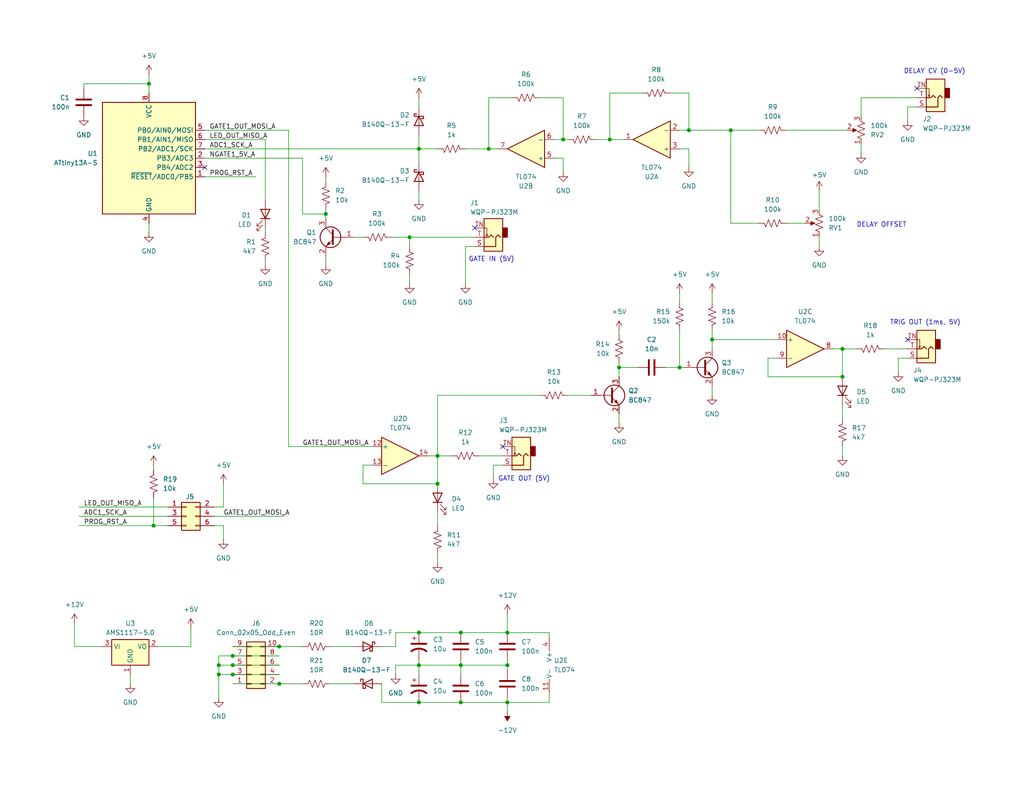
<source format=kicad_sch>
(kicad_sch (version 20250114) (generator "eeschema") (generator_version "9.0")
  (paper "USLetter")
  (title_block (title "Gate Delay") (date "2025-11-11") (rev "2.0") (company "idyllm") (comment 1 "CC BY-SA 4.0"))
  (lib_symbols
    (symbol "Amplifier_Operational:TL074" (pin_names (offset 0.127))
      (property "Reference" "U" (at 0 5.08 0))
      (property "Value" "TL074" (at 0 -5.08 0))
      (symbol "TL074_1_1"
        (pin input line (at -7.62 2.54 0) (length 2.54) (name "+") (number "3"))
        (pin input line (at -7.62 -2.54 0) (length 2.54) (name "-") (number "2"))
        (pin output line (at 7.62 0 180) (length 2.54) (name "~") (number "1"))
      )
      (symbol "TL074_2_1"
        (pin input line (at -7.62 2.54 0) (length 2.54) (name "+") (number "5"))
        (pin input line (at -7.62 -2.54 0) (length 2.54) (name "-") (number "6"))
        (pin output line (at 7.62 0 180) (length 2.54) (name "~") (number "7"))
      )
      (symbol "TL074_3_1"
        (pin input line (at -7.62 2.54 0) (length 2.54) (name "+") (number "10"))
        (pin input line (at -7.62 -2.54 0) (length 2.54) (name "-") (number "9"))
        (pin output line (at 7.62 0 180) (length 2.54) (name "~") (number "8"))
      )
      (symbol "TL074_4_1"
        (pin input line (at -7.62 2.54 0) (length 2.54) (name "+") (number "12"))
        (pin input line (at -7.62 -2.54 0) (length 2.54) (name "-") (number "13"))
        (pin output line (at 7.62 0 180) (length 2.54) (name "~") (number "14"))
      )
      (symbol "TL074_5_1"
        (pin power_in line (at -2.54 7.62 270) (length 3.81) (name "V+") (number "4"))
        (pin power_in line (at -2.54 -7.62 90) (length 3.81) (name "V-") (number "11"))
      )
    )
    (symbol "Connector_Audio:AudioJack2_SwitchT"
      (property "Reference" "J" (at 0 8.89 0))
      (property "Value" "AudioJack2_SwitchT" (at 0 6.35 0))
      (symbol "AudioJack2_SwitchT_1_1"
        (pin passive line (at 5.08 2.54 180) (length 2.54) (name "~") (number "S"))
        (pin passive line (at 5.08 0 180) (length 2.54) (name "~") (number "T"))
        (pin passive line (at 5.08 -2.54 180) (length 2.54) (name "~") (number "TN"))
      )
    )
    (symbol "Connector_Generic:Conn_02x03_Odd_Even" (pin_names (offset 1.016) (hide yes))
      (property "Reference" "J" (at 1.27 5.08 0))
      (property "Value" "Conn_02x03_Odd_Even" (at 1.27 -5.08 0))
      (symbol "Conn_02x03_Odd_Even_1_1"
        (pin passive line (at -5.08 2.54 0) (length 3.81) (name "Pin_1") (number "1"))
        (pin passive line (at -5.08 0 0) (length 3.81) (name "Pin_3") (number "3"))
        (pin passive line (at -5.08 -2.54 0) (length 3.81) (name "Pin_5") (number "5"))
        (pin passive line (at 7.62 2.54 180) (length 3.81) (name "Pin_2") (number "2"))
        (pin passive line (at 7.62 0 180) (length 3.81) (name "Pin_4") (number "4"))
        (pin passive line (at 7.62 -2.54 180) (length 3.81) (name "Pin_6") (number "6"))
      )
    )
    (symbol "Connector_Generic:Conn_02x05_Odd_Even" (pin_names (offset 1.016) (hide yes))
      (property "Reference" "J" (at 1.27 7.62 0))
      (property "Value" "Conn_02x05_Odd_Even" (at 1.27 -7.62 0))
      (symbol "Conn_02x05_Odd_Even_1_1"
        (pin passive line (at -5.08 5.08 0) (length 3.81) (name "Pin_1") (number "1"))
        (pin passive line (at -5.08 2.54 0) (length 3.81) (name "Pin_3") (number "3"))
        (pin passive line (at -5.08 0 0) (length 3.81) (name "Pin_5") (number "5"))
        (pin passive line (at -5.08 -2.54 0) (length 3.81) (name "Pin_7") (number "7"))
        (pin passive line (at -5.08 -5.08 0) (length 3.81) (name "Pin_9") (number "9"))
        (pin passive line (at 7.62 5.08 180) (length 3.81) (name "Pin_2") (number "2"))
        (pin passive line (at 7.62 2.54 180) (length 3.81) (name "Pin_4") (number "4"))
        (pin passive line (at 7.62 0 180) (length 3.81) (name "Pin_6") (number "6"))
        (pin passive line (at 7.62 -2.54 180) (length 3.81) (name "Pin_8") (number "8"))
        (pin passive line (at 7.62 -5.08 180) (length 3.81) (name "Pin_10") (number "10"))
      )
    )
    (symbol "Device:C" (pin_numbers (hide yes)) (pin_names (offset 0.254))
      (property "Reference" "C" (at 0.635 2.54 0))
      (property "Value" "C" (at 0.635 -2.54 0))
      (symbol "C_1_1"
        (pin passive line (at 0 3.81 270) (length 2.794) (name "~") (number "1"))
        (pin passive line (at 0 -3.81 90) (length 2.794) (name "~") (number "2"))
      )
    )
    (symbol "Device:C_Polarized_US" (pin_numbers (hide yes)) (pin_names (offset 0.254) (hide yes))
      (property "Reference" "C" (at 0.635 2.54 0))
      (property "Value" "C_Polarized_US" (at 0.635 -2.54 0))
      (symbol "C_Polarized_US_1_1"
        (pin passive line (at 0 3.81 270) (length 2.794) (name "~") (number "1"))
        (pin passive line (at 0 -3.81 90) (length 3.302) (name "~") (number "2"))
      )
    )
    (symbol "Device:D_Schottky" (pin_numbers (hide yes)) (pin_names (offset 1.016) (hide yes))
      (property "Reference" "D" (at 0 2.54 0))
      (property "Value" "D_Schottky" (at 0 -2.54 0))
      (symbol "D_Schottky_1_1"
        (pin passive line (at -3.81 0 0) (length 2.54) (name "K") (number "1"))
        (pin passive line (at 3.81 0 180) (length 2.54) (name "A") (number "2"))
      )
    )
    (symbol "Device:LED" (pin_numbers (hide yes)) (pin_names (offset 1.016) (hide yes))
      (property "Reference" "D" (at 0 2.54 0))
      (property "Value" "LED" (at 0 -2.54 0))
      (symbol "LED_1_1"
        (pin passive line (at -3.81 0 0) (length 2.54) (name "K") (number "1"))
        (pin passive line (at 3.81 0 180) (length 2.54) (name "A") (number "2"))
      )
    )
    (symbol "Device:R_Potentiometer_US" (pin_names (offset 1.016) (hide yes))
      (property "Reference" "RV" (at -4.445 0 90))
      (property "Value" "R_Potentiometer_US" (at -2.54 0 90))
      (symbol "R_Potentiometer_US_1_1"
        (pin passive line (at 0 3.81 270) (length 1.27) (name "1") (number "1"))
        (pin passive line (at 0 -3.81 90) (length 1.27) (name "3") (number "3"))
        (pin passive line (at 3.81 0 180) (length 1.27) (name "2") (number "2"))
      )
    )
    (symbol "Device:R_US" (pin_numbers (hide yes)) (pin_names (offset 0))
      (property "Reference" "R" (at 2.54 0 90))
      (property "Value" "R_US" (at -2.54 0 90))
      (symbol "R_US_1_1"
        (pin passive line (at 0 3.81 270) (length 1.27) (name "~") (number "1"))
        (pin passive line (at 0 -3.81 90) (length 1.27) (name "~") (number "2"))
      )
    )
    (symbol "Diode:1N5819" (pin_numbers (hide yes)) (pin_names (offset 1.016) (hide yes))
      (property "Reference" "D" (at 0 2.54 0))
      (property "Value" "1N5819" (at 0 -2.54 0))
      (symbol "1N5819_1_1"
        (pin passive line (at -3.81 0 0) (length 2.54) (name "K") (number "1"))
        (pin passive line (at 3.81 0 180) (length 2.54) (name "A") (number "2"))
      )
    )
    (symbol "MCU_Microchip_ATtiny:ATtiny13A-S"
      (property "Reference" "U1" (at -13.97 1.2701 0))
      (property "Value" "ATtiny13A-S" (at -13.97 -1.2699 0))
      (symbol "ATtiny13A-S_1_1"
        (pin power_in line (at 0 17.78 270) (length 2.54) (name "VCC") (number "8"))
        (pin power_in line (at 0 -17.78 90) (length 2.54) (name "GND") (number "4"))
        (pin bidirectional line (at 15.24 7.62 180) (length 2.54) (name "PB0/AIN0/MOSI") (number "5"))
        (pin bidirectional line (at 15.24 5.08 180) (length 2.54) (name "PB1/AIN1/MISO") (number "6"))
        (pin bidirectional line (at 15.24 2.54 180) (length 2.54) (name "PB2/ADC1/SCK") (number "7"))
        (pin bidirectional line (at 15.24 0 180) (length 2.54) (name "PB3/ADC3") (number "2"))
        (pin bidirectional line (at 15.24 -2.54 180) (length 2.54) (name "PB4/ADC2") (number "3"))
        (pin bidirectional line (at 15.24 -5.08 180) (length 2.54) (name "~{RESET}/ADC0/PB5") (number "1"))
      )
    )
    (symbol "Regulator_Linear:AMS1117-5.0"
      (property "Reference" "U" (at -3.81 3.175 0))
      (property "Value" "AMS1117-5.0" (at 0 3.175 0))
      (symbol "AMS1117-5.0_1_1"
        (pin power_in line (at -7.62 0 0) (length 2.54) (name "VI") (number "3"))
        (pin power_in line (at 0 -7.62 90) (length 2.54) (name "GND") (number "1"))
        (pin power_out line (at 7.62 0 180) (length 2.54) (name "VO") (number "2"))
      )
    )
    (symbol "Transistor_BJT:BC847" (pin_names (offset 0) (hide yes))
      (property "Reference" "Q" (at 5.08 1.905 0))
      (property "Value" "BC847" (at 5.08 0 0))
      (symbol "BC847_1_1"
        (pin input line (at -5.08 0 0) (length 2.54) (name "B") (number "1"))
        (pin passive line (at 2.54 5.08 270) (length 2.54) (name "C") (number "3"))
        (pin passive line (at 2.54 -5.08 90) (length 2.54) (name "E") (number "2"))
      )
    )
    (symbol "power:+12V" (power) (pin_numbers (hide yes)) (pin_names (offset 0) (hide yes))
      (property "Value" "+12V" (at 0 3.556 0))
      (symbol "+12V_1_1"
        (pin power_in line (at 0 0 90) (length 0) (name "~") (number "1"))
      )
    )
    (symbol "power:+5V" (power) (pin_numbers (hide yes)) (pin_names (offset 0) (hide yes))
      (property "Value" "+5V" (at 0 3.556 0))
      (symbol "+5V_1_1"
        (pin power_in line (at 0 0 90) (length 0) (name "~") (number "1"))
      )
    )
    (symbol "power:-12V" (power) (pin_numbers (hide yes)) (pin_names (offset 0) (hide yes))
      (property "Value" "-12V" (at 0 3.556 0))
      (symbol "-12V_0_0"
        (pin power_in line (at 0 0 90) (length 0) (name "~") (number "1"))
      )
    )
    (symbol "power:GND" (power) (pin_numbers (hide yes)) (pin_names (offset 0) (hide yes))
      (property "Value" "GND" (at 0 -3.81 0))
      (symbol "GND_1_1"
        (pin power_in line (at 0 0 270) (length 0) (name "~") (number "1"))
      )
    )
  )
  (text "DELAY OFFSET" (at 240.538 61.468 0) (effects (font (size 1.27 1.27))))
  (text "GATE IN (5V)" (at 134.112 70.866 0) (effects (font (size 1.27 1.27))))
  (text "TRIG OUT (1ms, 5V)" (at 252.476 88.138 0) (effects (font (size 1.27 1.27))))
  (text "GATE OUT (5V)" (at 143.002 130.81 0) (effects (font (size 1.27 1.27))))
  (text "DELAY CV (0-5V)" (at 255.016 19.558 0) (effects (font (size 1.27 1.27))))
  (junction (at 59.69 184.15))
  (junction (at 76.2 176.53))
  (junction (at 63.5 181.61))
  (junction (at 40.64 22.86))
  (junction (at 119.38 124.46))
  (junction (at 138.43 181.61))
  (junction (at 138.43 172.72))
  (junction (at 88.9 58.42))
  (junction (at 229.87 95.25))
  (junction (at 63.5 184.15))
  (junction (at 114.3 40.64))
  (junction (at 114.3 191.77))
  (junction (at 194.31 92.71))
  (junction (at 76.2 186.69))
  (junction (at 187.96 35.56))
  (junction (at 229.87 102.87))
  (junction (at 41.91 143.51))
  (junction (at 133.35 40.64))
  (junction (at 138.43 191.77))
  (junction (at 114.3 181.61))
  (junction (at 199.39 35.56))
  (junction (at 125.73 181.61))
  (junction (at 63.5 179.07))
  (junction (at 114.3 172.72))
  (junction (at 111.76 64.77))
  (junction (at 125.73 191.77))
  (junction (at 168.91 100.33))
  (junction (at 185.42 100.33))
  (junction (at 59.69 181.61))
  (junction (at 119.38 132.08))
  (junction (at 153.67 38.1))
  (junction (at 166.37 38.1))
  (junction (at 125.73 172.72))
  (no_connect (at 137.16 121.92))
  (no_connect (at 250.19 24.13))
  (no_connect (at 55.88 45.72))
  (no_connect (at 129.54 62.23))
  (no_connect (at 247.65 92.71))
  (wire (pts (xy 55.88 38.1) (xy 72.39 38.1)))
  (wire (pts (xy 245.11 97.79) (xy 247.65 97.79)))
  (wire (pts (xy 147.32 26.67) (xy 153.67 26.67)))
  (wire (pts (xy 59.69 181.61) (xy 63.5 181.61)))
  (wire (pts (xy 194.31 105.41) (xy 194.31 107.95)))
  (wire (pts (xy 21.59 140.97) (xy 45.72 140.97)))
  (wire (pts (xy 55.88 48.26) (xy 69.85 48.26)))
  (wire (pts (xy 185.42 35.56) (xy 187.96 35.56)))
  (wire (pts (xy 214.63 35.56) (xy 231.14 35.56)))
  (wire (pts (xy 88.9 69.85) (xy 88.9 72.39)))
  (wire (pts (xy 40.64 22.86) (xy 40.64 25.4)))
  (wire (pts (xy 58.42 140.97) (xy 77.47 140.97)))
  (wire (pts (xy 104.14 191.77) (xy 114.3 191.77)))
  (wire (pts (xy 59.69 184.15) (xy 63.5 184.15)))
  (wire (pts (xy 127 67.31) (xy 127 77.47)))
  (wire (pts (xy 234.95 31.75) (xy 234.95 26.67)))
  (wire (pts (xy 185.42 100.33) (xy 186.69 100.33)))
  (wire (pts (xy 138.43 182.88) (xy 138.43 181.61)))
  (wire (pts (xy 63.5 186.69) (xy 76.2 186.69)))
  (wire (pts (xy 187.96 45.72) (xy 187.96 40.64)))
  (wire (pts (xy 234.95 26.67) (xy 250.19 26.67)))
  (wire (pts (xy 138.43 191.77) (xy 138.43 190.5)))
  (wire (pts (xy 154.94 107.95) (xy 161.29 107.95)))
  (wire (pts (xy 72.39 71.12) (xy 72.39 72.39)))
  (wire (pts (xy 72.39 62.23) (xy 72.39 63.5)))
  (wire (pts (xy 133.35 40.64) (xy 135.89 40.64)))
  (wire (pts (xy 212.09 97.79) (xy 209.55 97.79)))
  (wire (pts (xy 41.91 135.89) (xy 41.91 143.51)))
  (wire (pts (xy 229.87 102.87) (xy 229.87 95.25)))
  (wire (pts (xy 22.86 22.86) (xy 40.64 22.86)))
  (wire (pts (xy 149.86 189.23) (xy 149.86 191.77)))
  (wire (pts (xy 20.32 170.18) (xy 20.32 176.53)))
  (wire (pts (xy 127 67.31) (xy 129.54 67.31)))
  (wire (pts (xy 76.2 176.53) (xy 82.55 176.53)))
  (wire (pts (xy 175.26 25.4) (xy 166.37 25.4)))
  (wire (pts (xy 199.39 60.96) (xy 199.39 35.56)))
  (wire (pts (xy 153.67 38.1) (xy 153.67 26.67)))
  (wire (pts (xy 241.3 95.25) (xy 247.65 95.25)))
  (wire (pts (xy 138.43 191.77) (xy 125.73 191.77)))
  (wire (pts (xy 88.9 57.15) (xy 88.9 58.42)))
  (wire (pts (xy 104.14 186.69) (xy 104.14 191.77)))
  (wire (pts (xy 78.74 121.92) (xy 101.6 121.92)))
  (wire (pts (xy 41.91 143.51) (xy 45.72 143.51)))
  (wire (pts (xy 43.18 176.53) (xy 52.07 176.53)))
  (wire (pts (xy 247.65 33.02) (xy 247.65 29.21)))
  (wire (pts (xy 245.11 101.6) (xy 245.11 97.79)))
  (wire (pts (xy 133.35 26.67) (xy 133.35 40.64)))
  (wire (pts (xy 168.91 90.17) (xy 168.91 91.44)))
  (wire (pts (xy 114.3 52.07) (xy 114.3 54.61)))
  (wire (pts (xy 194.31 80.01) (xy 194.31 82.55)))
  (wire (pts (xy 138.43 172.72) (xy 149.86 172.72)))
  (wire (pts (xy 182.88 25.4) (xy 187.96 25.4)))
  (wire (pts (xy 153.67 38.1) (xy 154.94 38.1)))
  (wire (pts (xy 214.63 60.96) (xy 219.71 60.96)))
  (wire (pts (xy 114.3 172.72) (xy 125.73 172.72)))
  (wire (pts (xy 166.37 25.4) (xy 166.37 38.1)))
  (wire (pts (xy 247.65 29.21) (xy 250.19 29.21)))
  (wire (pts (xy 58.42 138.43) (xy 60.96 138.43)))
  (wire (pts (xy 88.9 58.42) (xy 88.9 59.69)))
  (wire (pts (xy 114.3 40.64) (xy 119.38 40.64)))
  (wire (pts (xy 166.37 38.1) (xy 170.18 38.1)))
  (wire (pts (xy 114.3 40.64) (xy 114.3 44.45)))
  (wire (pts (xy 82.55 43.18) (xy 82.55 58.42)))
  (wire (pts (xy 111.76 74.93) (xy 111.76 77.47)))
  (wire (pts (xy 194.31 92.71) (xy 194.31 95.25)))
  (wire (pts (xy 114.3 191.77) (xy 125.73 191.77)))
  (wire (pts (xy 114.3 180.34) (xy 114.3 181.61)))
  (wire (pts (xy 107.95 172.72) (xy 114.3 172.72)))
  (wire (pts (xy 223.52 57.15) (xy 223.52 52.07)))
  (wire (pts (xy 234.95 39.37) (xy 234.95 41.91)))
  (wire (pts (xy 99.06 132.08) (xy 119.38 132.08)))
  (wire (pts (xy 59.69 179.07) (xy 63.5 179.07)))
  (wire (pts (xy 40.64 60.96) (xy 40.64 63.5)))
  (wire (pts (xy 138.43 181.61) (xy 125.73 181.61)))
  (wire (pts (xy 88.9 58.42) (xy 82.55 58.42)))
  (wire (pts (xy 55.88 43.18) (xy 82.55 43.18)))
  (wire (pts (xy 194.31 92.71) (xy 212.09 92.71)))
  (wire (pts (xy 60.96 132.08) (xy 60.96 138.43)))
  (wire (pts (xy 119.38 151.13) (xy 119.38 153.67)))
  (wire (pts (xy 130.81 124.46) (xy 137.16 124.46)))
  (wire (pts (xy 233.68 95.25) (xy 229.87 95.25)))
  (wire (pts (xy 58.42 143.51) (xy 60.96 143.51)))
  (wire (pts (xy 127 40.64) (xy 133.35 40.64)))
  (wire (pts (xy 185.42 80.01) (xy 185.42 82.55)))
  (wire (pts (xy 21.59 143.51) (xy 41.91 143.51)))
  (wire (pts (xy 63.5 184.15) (xy 76.2 184.15)))
  (wire (pts (xy 125.73 180.34) (xy 125.73 181.61)))
  (wire (pts (xy 229.87 110.49) (xy 229.87 114.3)))
  (wire (pts (xy 35.56 184.15) (xy 35.56 186.69)))
  (wire (pts (xy 104.14 176.53) (xy 107.95 176.53)))
  (wire (pts (xy 168.91 99.06) (xy 168.91 100.33)))
  (wire (pts (xy 168.91 113.03) (xy 168.91 115.57)))
  (wire (pts (xy 138.43 167.64) (xy 138.43 172.72)))
  (wire (pts (xy 111.76 64.77) (xy 129.54 64.77)))
  (wire (pts (xy 107.95 176.53) (xy 107.95 172.72)))
  (wire (pts (xy 21.59 138.43) (xy 45.72 138.43)))
  (wire (pts (xy 187.96 40.64) (xy 185.42 40.64)))
  (wire (pts (xy 168.91 100.33) (xy 173.99 100.33)))
  (wire (pts (xy 88.9 48.26) (xy 88.9 49.53)))
  (wire (pts (xy 20.32 176.53) (xy 27.94 176.53)))
  (wire (pts (xy 153.67 46.99) (xy 153.67 43.18)))
  (wire (pts (xy 59.69 184.15) (xy 59.69 181.61)))
  (wire (pts (xy 107.95 184.15) (xy 107.95 181.61)))
  (wire (pts (xy 114.3 181.61) (xy 114.3 184.15)))
  (wire (pts (xy 63.5 179.07) (xy 76.2 179.07)))
  (wire (pts (xy 123.19 124.46) (xy 119.38 124.46)))
  (wire (pts (xy 78.74 35.56) (xy 78.74 121.92)))
  (wire (pts (xy 229.87 121.92) (xy 229.87 124.46)))
  (wire (pts (xy 119.38 124.46) (xy 116.84 124.46)))
  (wire (pts (xy 119.38 139.7) (xy 119.38 143.51)))
  (wire (pts (xy 119.38 132.08) (xy 119.38 124.46)))
  (wire (pts (xy 168.91 100.33) (xy 168.91 102.87)))
  (wire (pts (xy 63.5 176.53) (xy 76.2 176.53)))
  (wire (pts (xy 147.32 107.95) (xy 119.38 107.95)))
  (wire (pts (xy 134.62 127) (xy 137.16 127)))
  (wire (pts (xy 125.73 181.61) (xy 125.73 184.15)))
  (wire (pts (xy 106.68 64.77) (xy 111.76 64.77)))
  (wire (pts (xy 114.3 181.61) (xy 125.73 181.61)))
  (wire (pts (xy 149.86 191.77) (xy 138.43 191.77)))
  (wire (pts (xy 149.86 173.99) (xy 149.86 172.72)))
  (wire (pts (xy 209.55 97.79) (xy 209.55 102.87)))
  (wire (pts (xy 187.96 25.4) (xy 187.96 35.56)))
  (wire (pts (xy 59.69 190.5) (xy 59.69 184.15)))
  (wire (pts (xy 138.43 180.34) (xy 138.43 181.61)))
  (wire (pts (xy 223.52 67.31) (xy 223.52 64.77)))
  (wire (pts (xy 55.88 35.56) (xy 78.74 35.56)))
  (wire (pts (xy 151.13 43.18) (xy 153.67 43.18)))
  (wire (pts (xy 52.07 171.45) (xy 52.07 176.53)))
  (wire (pts (xy 209.55 102.87) (xy 229.87 102.87)))
  (wire (pts (xy 76.2 186.69) (xy 82.55 186.69)))
  (wire (pts (xy 63.5 181.61) (xy 76.2 181.61)))
  (wire (pts (xy 181.61 100.33) (xy 185.42 100.33)))
  (wire (pts (xy 111.76 64.77) (xy 111.76 67.31)))
  (wire (pts (xy 187.96 35.56) (xy 199.39 35.56)))
  (wire (pts (xy 114.3 26.67) (xy 114.3 29.21)))
  (wire (pts (xy 101.6 127) (xy 99.06 127)))
  (wire (pts (xy 229.87 95.25) (xy 227.33 95.25)))
  (wire (pts (xy 90.17 186.69) (xy 96.52 186.69)))
  (wire (pts (xy 139.7 26.67) (xy 133.35 26.67)))
  (wire (pts (xy 185.42 90.17) (xy 185.42 100.33)))
  (wire (pts (xy 119.38 107.95) (xy 119.38 124.46)))
  (wire (pts (xy 134.62 130.81) (xy 134.62 127)))
  (wire (pts (xy 162.56 38.1) (xy 166.37 38.1)))
  (wire (pts (xy 138.43 191.77) (xy 138.43 194.31)))
  (wire (pts (xy 90.17 176.53) (xy 96.52 176.53)))
  (wire (pts (xy 107.95 181.61) (xy 114.3 181.61)))
  (wire (pts (xy 125.73 172.72) (xy 138.43 172.72)))
  (wire (pts (xy 199.39 35.56) (xy 207.01 35.56)))
  (wire (pts (xy 99.06 64.77) (xy 96.52 64.77)))
  (wire (pts (xy 207.01 60.96) (xy 199.39 60.96)))
  (wire (pts (xy 151.13 38.1) (xy 153.67 38.1)))
  (wire (pts (xy 59.69 181.61) (xy 59.69 179.07)))
  (wire (pts (xy 22.86 24.13) (xy 22.86 22.86)))
  (wire (pts (xy 41.91 128.27) (xy 41.91 127)))
  (wire (pts (xy 99.06 127) (xy 99.06 132.08)))
  (wire (pts (xy 40.64 20.32) (xy 40.64 22.86)))
  (wire (pts (xy 55.88 40.64) (xy 114.3 40.64)))
  (wire (pts (xy 72.39 38.1) (xy 72.39 54.61)))
  (wire (pts (xy 194.31 90.17) (xy 194.31 92.71)))
  (wire (pts (xy 114.3 36.83) (xy 114.3 40.64)))
  (wire (pts (xy 60.96 143.51) (xy 60.96 147.32)))
  (label "GATE1_OUT_MOSI_A" (at 57.15 35.56 0))
  (label "PROG_RST_A" (at 57.15 48.26 0))
  (label "LED_OUT_MISO_A" (at 22.86 138.43 0))
  (label "PROG_RST_A" (at 22.86 143.51 0))
  (label "ADC1_SCK_A" (at 22.86 140.97 0))
  (label "GATE1_OUT_MOSI_A" (at 82.55 121.92 0))
  (label "GATE1_OUT_MOSI_A" (at 60.96 140.97 0))
  (label "NGATE1_5V_A" (at 57.15 43.18 0))
  (label "ADC1_SCK_A" (at 57.15 40.64 0))
  (label "LED_OUT_MISO_A" (at 57.15 38.1 0))
  (symbol (lib_id "Connector_Generic:Conn_02x03_Odd_Even") (at 50.8 140.97 0) (unit 1)
    (property "Reference" "J5" (at 51.816 135.636 0))
    (property "Value" "Conn_02x03_Odd_Even" (effects (hide yes)))
    (property "Footprint" "Connector_PinHeader_2.54mm:PinHeader_2x03_P2.54mm_Vertical" (effects (hide yes)))
    (property "Description" "Generic connector, double row, 02x03, odd/even pin numbering scheme (row 1 odd numbers, row 2 even numbers), script generated (kicad-library-utils/schlib/autogen/connector/)" (effects (hide yes)))
  )
  (symbol (lib_id "Device:C_Polarized_US") (at 114.3 187.96 0) (unit 1)
    (property "Reference" "C4" (at 118.11 186.0549 0) (effects (justify left)))
    (property "Value" "10u" (at 118.11 188.5949 0) (effects (justify left)))
    (property "Footprint" "Capacitor_THT:CP_Radial_D5.0mm_P2.50mm" (effects (hide yes)))
    (property "Description" "Polarized capacitor, US symbol" (effects (hide yes)))
  )
  (symbol (lib_id "power:GND") (at 60.96 147.32 0) (unit 1)
    (property "Reference" "#PWR028" (effects (hide yes)))
    (property "Value" "GND" (at 60.96 152.4 0))
    (property "Description" "Power symbol creates a global label with name \"GND\" , ground" (effects (hide yes)))
  )
  (symbol (lib_id "power:GND") (at 127 77.47 0) (mirror y) (unit 1)
    (property "Reference" "#PWR010" (effects (hide yes)))
    (property "Value" "GND" (at 127 82.55 0))
    (property "Description" "Power symbol creates a global label with name \"GND\" , ground" (effects (hide yes)))
  )
  (symbol (lib_id "Amplifier_Operational:TL074") (at 143.51 40.64 180) (unit 2)
    (property "Reference" "U2" (at 143.51 50.8 0))
    (property "Value" "TL074" (at 143.51 48.26 0))
    (property "Footprint" "Package_SO:SOIC-14_3.9x8.7mm_P1.27mm" (effects (hide yes)))
    (property "Datasheet" "http://www.ti.com/lit/ds/symlink/tl071.pdf" (effects (hide yes)))
    (property "Description" "Quad Low-Noise JFET-Input Operational Amplifiers, DIP-14/SOIC-14" (effects (hide yes)))
  )
  (symbol (lib_id "Amplifier_Operational:TL074") (at 152.4 181.61 0) (unit 5)
    (property "Reference" "U2" (at 151.13 180.3399 0) (effects (justify left)))
    (property "Value" "TL074" (at 151.13 182.8799 0) (effects (justify left)))
    (property "Footprint" "Package_SO:SOIC-14_3.9x8.7mm_P1.27mm" (effects (hide yes)))
    (property "Datasheet" "http://www.ti.com/lit/ds/symlink/tl071.pdf" (effects (hide yes)))
    (property "Description" "Quad Low-Noise JFET-Input Operational Amplifiers, DIP-14/SOIC-14" (effects (hide yes)))
  )
  (symbol (lib_id "Device:R_Potentiometer_US") (at 223.52 60.96 180) (unit 1)
    (property "Reference" "RV1" (at 226.06 62.2301 0) (effects (justify right)))
    (property "Value" "100k" (at 226.06 59.6901 0) (effects (justify right)))
    (property "Footprint" "Potentiometer_THT:Potentiometer_Bourns_PTV09A-2_Single_Horizontal" (effects (hide yes)))
    (property "Description" "Potentiometer, US symbol" (effects (hide yes)))
  )
  (symbol (lib_id "Device:LED") (at 72.39 58.42 270) (mirror x) (unit 1)
    (property "Reference" "D1" (at 68.58 58.7374 90) (effects (justify right)))
    (property "Value" "LED" (at 68.58 61.2774 90) (effects (justify right)))
    (property "Footprint" "LED_SMD:LED_0805_2012Metric_Pad1.15x1.40mm_HandSolder" (effects (hide yes)))
    (property "Description" "Light emitting diode" (effects (hide yes)))
    (property "Sim.Pins" "1=K 2=A" (effects (hide yes)))
  )
  (symbol (lib_id "power:-12V") (at 138.43 194.31 0) (mirror x) (unit 1)
    (property "Reference" "#PWR035" (effects (hide yes)))
    (property "Value" "-12V" (at 138.43 199.39 0))
    (property "Description" "Power symbol creates a global label with name \"-12V\"" (effects (hide yes)))
  )
  (symbol (lib_id "power:GND") (at 168.91 115.57 0) (mirror y) (unit 1)
    (property "Reference" "#PWR020" (effects (hide yes)))
    (property "Value" "GND" (at 168.91 120.65 0))
    (property "Description" "Power symbol creates a global label with name \"GND\" , ground" (effects (hide yes)))
  )
  (symbol (lib_id "power:GND") (at 59.69 190.5 0) (unit 1)
    (property "Reference" "#PWR032" (effects (hide yes)))
    (property "Value" "GND" (at 59.69 195.58 0))
    (property "Description" "Power symbol creates a global label with name \"GND\" , ground" (effects (hide yes)))
  )
  (symbol (lib_id "power:+5V") (at 194.31 80.01 0) (unit 1)
    (property "Reference" "#PWR022" (effects (hide yes)))
    (property "Value" "+5V" (at 194.31 74.93 0))
    (property "Description" "Power symbol creates a global label with name \"+5V\"" (effects (hide yes)))
  )
  (symbol (lib_id "Device:C") (at 125.73 176.53 0) (unit 1)
    (property "Reference" "C5" (at 129.54 175.2599 0) (effects (justify left)))
    (property "Value" "100n" (at 129.54 177.7999 0) (effects (justify left)))
    (property "Footprint" "Capacitor_SMD:C_0805_2012Metric" (effects (hide yes)))
    (property "Description" "Unpolarized capacitor" (effects (hide yes)))
  )
  (symbol (lib_id "power:GND") (at 194.31 107.95 0) (mirror y) (unit 1)
    (property "Reference" "#PWR023" (effects (hide yes)))
    (property "Value" "GND" (at 194.31 113.03 0))
    (property "Description" "Power symbol creates a global label with name \"GND\" , ground" (effects (hide yes)))
  )
  (symbol (lib_id "power:GND") (at 245.11 101.6 0) (mirror y) (unit 1)
    (property "Reference" "#PWR025" (effects (hide yes)))
    (property "Value" "GND" (at 245.11 106.68 0))
    (property "Description" "Power symbol creates a global label with name \"GND\" , ground" (effects (hide yes)))
  )
  (symbol (lib_id "power:+5V") (at 185.42 80.01 0) (unit 1)
    (property "Reference" "#PWR021" (effects (hide yes)))
    (property "Value" "+5V" (at 185.42 74.93 0))
    (property "Description" "Power symbol creates a global label with name \"+5V\"" (effects (hide yes)))
  )
  (symbol (lib_id "Device:R_US") (at 194.31 86.36 0) (mirror y) (unit 1)
    (property "Reference" "R16" (at 196.85 85.0899 0) (effects (justify right)))
    (property "Value" "10k" (at 196.85 87.6299 0) (effects (justify right)))
    (property "Footprint" "Resistor_SMD:R_0805_2012Metric_Pad1.20x1.40mm_HandSolder" (effects (hide yes)))
    (property "Description" "Resistor, US symbol" (effects (hide yes)))
  )
  (symbol (lib_id "Connector_Audio:AudioJack2_SwitchT") (at 134.62 64.77 180) (unit 1)
    (property "Reference" "J1" (at 128.27 55.372 0) (effects (justify right)))
    (property "Value" "WQP-PJ323M" (at 128.27 57.912 0) (effects (justify right)))
    (property "Footprint" "AudioJacks:Jack_3.5mm_QingPu_WQP-PJ323M_Horizontal" (effects (hide yes)))
    (property "Description" "Audio Jack, 2 Poles (Mono / TS), Switched T Pole (Normalling)" (effects (hide yes)))
  )
  (symbol (lib_id "Device:R_US") (at 86.36 176.53 90) (unit 1)
    (property "Reference" "R20" (at 86.36 170.18 90))
    (property "Value" "10R" (at 86.36 172.72 90))
    (property "Footprint" "Resistor_SMD:R_0805_2012Metric_Pad1.20x1.40mm_HandSolder" (effects (hide yes)))
    (property "Description" "Resistor, US symbol" (effects (hide yes)))
  )
  (symbol (lib_id "Device:R_US") (at 86.36 186.69 90) (unit 1)
    (property "Reference" "R21" (at 86.36 180.34 90))
    (property "Value" "10R" (at 86.36 182.88 90))
    (property "Footprint" "Resistor_SMD:R_0805_2012Metric_Pad1.20x1.40mm_HandSolder" (effects (hide yes)))
    (property "Description" "Resistor, US symbol" (effects (hide yes)))
  )
  (symbol (lib_id "power:GND") (at 111.76 77.47 0) (mirror y) (unit 1)
    (property "Reference" "#PWR07" (effects (hide yes)))
    (property "Value" "GND" (at 111.76 82.55 0))
    (property "Description" "Power symbol creates a global label with name \"GND\" , ground" (effects (hide yes)))
  )
  (symbol (lib_id "Diode:1N5819") (at 114.3 33.02 90) (mirror x) (unit 1)
    (property "Reference" "D2" (at 111.76 31.4324 90) (effects (justify left)))
    (property "Value" "B140Q-13-F" (at 111.76 33.9724 90) (effects (justify left)))
    (property "Footprint" "Diode_SMD:D_SMA_Handsoldering" (effects (hide yes)))
    (property "Datasheet" "http://www.vishay.com/docs/88525/1n5817.pdf" (effects (hide yes)))
    (property "Description" "40V 1A Schottky Barrier Rectifier Diode, DO-41" (effects (hide yes)))
  )
  (symbol (lib_id "Amplifier_Operational:TL074") (at 109.22 124.46 0) (unit 4)
    (property "Reference" "U2" (at 109.22 114.3 0))
    (property "Value" "TL074" (at 109.22 116.84 0))
    (property "Footprint" "Package_SO:SOIC-14_3.9x8.7mm_P1.27mm" (effects (hide yes)))
    (property "Datasheet" "http://www.ti.com/lit/ds/symlink/tl071.pdf" (effects (hide yes)))
    (property "Description" "Quad Low-Noise JFET-Input Operational Amplifiers, DIP-14/SOIC-14" (effects (hide yes)))
  )
  (symbol (lib_id "Device:R_US") (at 151.13 107.95 270) (mirror x) (unit 1)
    (property "Reference" "R13" (at 151.13 101.6 90))
    (property "Value" "10k" (at 151.13 104.14 90))
    (property "Footprint" "Resistor_SMD:R_0805_2012Metric_Pad1.20x1.40mm_HandSolder" (effects (hide yes)))
    (property "Description" "Resistor, US symbol" (effects (hide yes)))
  )
  (symbol (lib_id "power:GND") (at 223.52 67.31 0) (mirror y) (unit 1)
    (property "Reference" "#PWR014" (effects (hide yes)))
    (property "Value" "GND" (at 223.52 72.39 0))
    (property "Description" "Power symbol creates a global label with name \"GND\" , ground" (effects (hide yes)))
  )
  (symbol (lib_id "power:GND") (at 119.38 153.67 0) (mirror y) (unit 1)
    (property "Reference" "#PWR017" (effects (hide yes)))
    (property "Value" "GND" (at 119.38 158.75 0))
    (property "Description" "Power symbol creates a global label with name \"GND\" , ground" (effects (hide yes)))
  )
  (symbol (lib_id "power:+5V") (at 40.64 20.32 0) (unit 1)
    (property "Reference" "#PWR02" (effects (hide yes)))
    (property "Value" "+5V" (at 40.64 15.24 0))
    (property "Description" "Power symbol creates a global label with name \"+5V\"" (effects (hide yes)))
  )
  (symbol (lib_id "power:+5V") (at 60.96 132.08 0) (unit 1)
    (property "Reference" "#PWR027" (effects (hide yes)))
    (property "Value" "+5V" (at 60.96 127 0))
    (property "Description" "Power symbol creates a global label with name \"+5V\"" (effects (hide yes)))
  )
  (symbol (lib_id "Transistor_BJT:BC847") (at 91.44 64.77 0) (mirror y) (unit 1)
    (property "Reference" "Q1" (at 86.36 63.4999 0) (effects (justify left)))
    (property "Value" "BC847" (at 86.36 66.0399 0) (effects (justify left)))
    (property "Footprint" "Package_TO_SOT_SMD:SOT-23" (effects (hide yes)))
    (property "Datasheet" "http://www.infineon.com/dgdl/Infineon-BC847SERIES_BC848SERIES_BC849SERIES_BC850SERIES-DS-v01_01-en.pdf?fileId=db3a304314dca389011541d4630a1657" (effects (hide yes)))
    (property "Description" "0.1A Ic, 45V Vce, NPN Transistor, SOT-23" (effects (hide yes)))
  )
  (symbol (lib_id "Device:C") (at 125.73 187.96 0) (unit 1)
    (property "Reference" "C6" (at 129.54 186.6899 0) (effects (justify left)))
    (property "Value" "100n" (at 129.54 189.2299 0) (effects (justify left)))
    (property "Footprint" "Capacitor_SMD:C_0805_2012Metric" (effects (hide yes)))
    (property "Description" "Unpolarized capacitor" (effects (hide yes)))
  )
  (symbol (lib_id "power:GND") (at 107.95 184.15 0) (unit 1)
    (property "Reference" "#PWR033" (effects (hide yes)))
    (property "Value" "GND" (at 107.95 189.23 0))
    (property "Description" "Power symbol creates a global label with name \"GND\" , ground" (effects (hide yes)))
  )
  (symbol (lib_id "power:GND") (at 72.39 72.39 0) (mirror y) (unit 1)
    (property "Reference" "#PWR04" (effects (hide yes)))
    (property "Value" "GND" (at 72.39 77.47 0))
    (property "Description" "Power symbol creates a global label with name \"GND\" , ground" (effects (hide yes)))
  )
  (symbol (lib_id "Device:R_US") (at 41.91 132.08 0) (mirror y) (unit 1)
    (property "Reference" "R19" (at 44.45 130.8099 0) (effects (justify right)))
    (property "Value" "10k" (at 44.45 133.3499 0) (effects (justify right)))
    (property "Footprint" "Resistor_SMD:R_0805_2012Metric_Pad1.20x1.40mm_HandSolder" (effects (hide yes)))
    (property "Description" "Resistor, US symbol" (effects (hide yes)))
  )
  (symbol (lib_id "Device:C") (at 138.43 186.69 0) (unit 1)
    (property "Reference" "C8" (at 142.24 185.4199 0) (effects (justify left)))
    (property "Value" "100n" (at 142.24 187.9599 0) (effects (justify left)))
    (property "Footprint" "Capacitor_SMD:C_0805_2012Metric" (effects (hide yes)))
    (property "Description" "Unpolarized capacitor" (effects (hide yes)))
  )
  (symbol (lib_id "Device:C") (at 138.43 176.53 0) (unit 1)
    (property "Reference" "C7" (at 142.24 175.2599 0) (effects (justify left)))
    (property "Value" "100n" (at 142.24 177.7999 0) (effects (justify left)))
    (property "Footprint" "Capacitor_SMD:C_0805_2012Metric" (effects (hide yes)))
    (property "Description" "Unpolarized capacitor" (effects (hide yes)))
  )
  (symbol (lib_id "power:GND") (at 229.87 124.46 0) (mirror y) (unit 1)
    (property "Reference" "#PWR024" (effects (hide yes)))
    (property "Value" "GND" (at 229.87 129.54 0))
    (property "Description" "Power symbol creates a global label with name \"GND\" , ground" (effects (hide yes)))
  )
  (symbol (lib_id "Device:R_US") (at 158.75 38.1 90) (mirror x) (unit 1)
    (property "Reference" "R7" (at 158.75 31.75 90))
    (property "Value" "100k" (at 158.75 34.29 90))
    (property "Footprint" "Resistor_SMD:R_0805_2012Metric_Pad1.20x1.40mm_HandSolder" (effects (hide yes)))
    (property "Description" "Resistor, US symbol" (effects (hide yes)))
  )
  (symbol (lib_id "Connector_Audio:AudioJack2_SwitchT") (at 252.73 95.25 180) (unit 1)
    (property "Reference" "J4" (at 249.174 101.092 0) (effects (justify right)))
    (property "Value" "WQP-PJ323M" (at 249.174 103.632 0) (effects (justify right)))
    (property "Footprint" "AudioJacks:Jack_3.5mm_QingPu_WQP-PJ323M_Horizontal" (effects (hide yes)))
    (property "Description" "Audio Jack, 2 Poles (Mono / TS), Switched T Pole (Normalling)" (effects (hide yes)))
  )
  (symbol (lib_id "Device:R_US") (at 72.39 67.31 0) (mirror y) (unit 1)
    (property "Reference" "R1" (at 69.85 66.0399 0) (effects (justify left)))
    (property "Value" "4k7" (at 69.85 68.5799 0) (effects (justify left)))
    (property "Footprint" "Resistor_SMD:R_0805_2012Metric_Pad1.20x1.40mm_HandSolder" (effects (hide yes)))
    (property "Description" "Resistor, US symbol" (effects (hide yes)))
  )
  (symbol (lib_id "power:GND") (at 88.9 72.39 0) (mirror y) (unit 1)
    (property "Reference" "#PWR06" (effects (hide yes)))
    (property "Value" "GND" (at 88.9 77.47 0))
    (property "Description" "Power symbol creates a global label with name \"GND\" , ground" (effects (hide yes)))
  )
  (symbol (lib_id "power:GND") (at 35.56 186.69 0) (unit 1)
    (property "Reference" "#PWR030" (effects (hide yes)))
    (property "Value" "GND" (at 35.56 191.77 0))
    (property "Description" "Power symbol creates a global label with name \"GND\" , ground" (effects (hide yes)))
  )
  (symbol (lib_id "power:+12V") (at 20.32 170.18 0) (unit 1)
    (property "Reference" "#PWR029" (effects (hide yes)))
    (property "Value" "+12V" (at 20.32 165.1 0))
    (property "Description" "Power symbol creates a global label with name \"+12V\"" (effects (hide yes)))
  )
  (symbol (lib_id "power:+12V") (at 138.43 167.64 0) (unit 1)
    (property "Reference" "#PWR034" (effects (hide yes)))
    (property "Value" "+12V" (at 138.43 162.56 0))
    (property "Description" "Power symbol creates a global label with name \"+12V\"" (effects (hide yes)))
  )
  (symbol (lib_id "Amplifier_Operational:TL074") (at 219.71 95.25 0) (unit 3)
    (property "Reference" "U2" (at 219.71 85.09 0))
    (property "Value" "TL074" (at 219.71 87.63 0))
    (property "Footprint" "Package_SO:SOIC-14_3.9x8.7mm_P1.27mm" (effects (hide yes)))
    (property "Datasheet" "http://www.ti.com/lit/ds/symlink/tl071.pdf" (effects (hide yes)))
    (property "Description" "Quad Low-Noise JFET-Input Operational Amplifiers, DIP-14/SOIC-14" (effects (hide yes)))
  )
  (symbol (lib_id "Amplifier_Operational:TL074") (at 177.8 38.1 180) (unit 1)
    (property "Reference" "U2" (at 177.8 48.26 0))
    (property "Value" "TL074" (at 177.8 45.72 0))
    (property "Footprint" "Package_SO:SOIC-14_3.9x8.7mm_P1.27mm" (effects (hide yes)))
    (property "Datasheet" "http://www.ti.com/lit/ds/symlink/tl071.pdf" (effects (hide yes)))
    (property "Description" "Quad Low-Noise JFET-Input Operational Amplifiers, DIP-14/SOIC-14" (effects (hide yes)))
  )
  (symbol (lib_id "MCU_Microchip_ATtiny:ATtiny13A-S") (at 40.64 43.18 0) (unit 1)
    (property "Reference" "U1" (at 26.67 41.9099 0) (effects (justify right)))
    (property "Value" "ATtiny13A-S" (at 26.67 44.4499 0) (effects (justify right)))
    (property "Footprint" "Package_SO:SOIC-8_3.9x4.9mm_P1.27mm" (effects (hide yes)))
    (property "Datasheet" "https://ww1.microchip.com/downloads/aemDocuments/documents/MCU08/ProductDocuments/DataSheets/ATtiny13A-Data-Sheet-DS40002307A.pdf" (effects (hide yes)))
    (property "Description" "20MHz, 1kB Flash, 64B SRAM, 64B EEPROM, debugWIRE, SOIC-8 (208 mil)" (effects (hide yes)))
  )
  (symbol (lib_id "power:+5V") (at 88.9 48.26 0) (mirror y) (unit 1)
    (property "Reference" "#PWR05" (effects (hide yes)))
    (property "Value" "+5V" (at 88.9 43.18 0))
    (property "Description" "Power symbol creates a global label with name \"+5V\"" (effects (hide yes)))
  )
  (symbol (lib_id "Diode:1N5819") (at 114.3 48.26 90) (mirror x) (unit 1)
    (property "Reference" "D3" (at 111.76 46.6724 90) (effects (justify left)))
    (property "Value" "B140Q-13-F" (at 111.76 49.2124 90) (effects (justify left)))
    (property "Footprint" "Diode_SMD:D_SMA_Handsoldering" (effects (hide yes)))
    (property "Datasheet" "http://www.vishay.com/docs/88525/1n5817.pdf" (effects (hide yes)))
    (property "Description" "40V 1A Schottky Barrier Rectifier Diode, DO-41" (effects (hide yes)))
  )
  (symbol (lib_id "Device:R_US") (at 127 124.46 270) (mirror x) (unit 1)
    (property "Reference" "R12" (at 127 118.11 90))
    (property "Value" "1k" (at 127 120.65 90))
    (property "Footprint" "Resistor_SMD:R_0805_2012Metric_Pad1.20x1.40mm_HandSolder" (effects (hide yes)))
    (property "Description" "Resistor, US symbol" (effects (hide yes)))
  )
  (symbol (lib_id "power:+5V") (at 168.91 90.17 0) (unit 1)
    (property "Reference" "#PWR019" (effects (hide yes)))
    (property "Value" "+5V" (at 168.91 85.09 0))
    (property "Description" "Power symbol creates a global label with name \"+5V\"" (effects (hide yes)))
  )
  (symbol (lib_id "Device:LED") (at 229.87 106.68 90) (unit 1)
    (property "Reference" "D5" (at 233.68 106.9974 90) (effects (justify right)))
    (property "Value" "LED" (at 233.68 109.5374 90) (effects (justify right)))
    (property "Footprint" "LED_THT:LED_D3.0mm" (effects (hide yes)))
    (property "Description" "Light emitting diode" (effects (hide yes)))
    (property "Sim.Pins" "1=K 2=A" (effects (hide yes)))
  )
  (symbol (lib_id "Device:R_US") (at 179.07 25.4 90) (mirror x) (unit 1)
    (property "Reference" "R8" (at 179.07 19.05 90))
    (property "Value" "100k" (at 179.07 21.59 90))
    (property "Footprint" "Resistor_SMD:R_0805_2012Metric_Pad1.20x1.40mm_HandSolder" (effects (hide yes)))
    (property "Description" "Resistor, US symbol" (effects (hide yes)))
  )
  (symbol (lib_id "power:+12V") (at 223.52 52.07 0) (unit 1)
    (property "Reference" "#PWR013" (effects (hide yes)))
    (property "Value" "+5V" (at 221.488 47.752 0) (effects (justify left)))
    (property "Description" "Power symbol creates a global label with name \"+12V\"" (effects (hide yes)))
  )
  (symbol (lib_id "power:GND") (at 247.65 33.02 0) (mirror y) (unit 1)
    (property "Reference" "#PWR016" (effects (hide yes)))
    (property "Value" "GND" (at 247.65 38.1 0))
    (property "Description" "Power symbol creates a global label with name \"GND\" , ground" (effects (hide yes)))
  )
  (symbol (lib_id "Device:R_US") (at 123.19 40.64 90) (mirror x) (unit 1)
    (property "Reference" "R5" (at 123.19 34.29 90))
    (property "Value" "1k" (at 123.19 36.83 90))
    (property "Footprint" "Resistor_SMD:R_0805_2012Metric_Pad1.20x1.40mm_HandSolder" (effects (hide yes)))
    (property "Description" "Resistor, US symbol" (effects (hide yes)))
  )
  (symbol (lib_id "Transistor_BJT:BC847") (at 191.77 100.33 0) (unit 1)
    (property "Reference" "Q3" (at 196.85 99.0599 0) (effects (justify left)))
    (property "Value" "BC847" (at 196.85 101.5999 0) (effects (justify left)))
    (property "Footprint" "Package_TO_SOT_SMD:SOT-23" (effects (hide yes)))
    (property "Datasheet" "http://www.infineon.com/dgdl/Infineon-BC847SERIES_BC848SERIES_BC849SERIES_BC850SERIES-DS-v01_01-en.pdf?fileId=db3a304314dca389011541d4630a1657" (effects (hide yes)))
    (property "Description" "0.1A Ic, 45V Vce, NPN Transistor, SOT-23" (effects (hide yes)))
  )
  (symbol (lib_id "power:GND") (at 153.67 46.99 0) (mirror y) (unit 1)
    (property "Reference" "#PWR011" (effects (hide yes)))
    (property "Value" "GND" (at 153.67 52.07 0))
    (property "Description" "Power symbol creates a global label with name \"GND\" , ground" (effects (hide yes)))
  )
  (symbol (lib_id "Device:R_US") (at 210.82 60.96 90) (mirror x) (unit 1)
    (property "Reference" "R10" (at 210.82 54.61 90))
    (property "Value" "100k" (at 210.82 57.15 90))
    (property "Footprint" "Resistor_SMD:R_0805_2012Metric_Pad1.20x1.40mm_HandSolder" (effects (hide yes)))
    (property "Description" "Resistor, US symbol" (effects (hide yes)))
  )
  (symbol (lib_id "Device:R_US") (at 185.42 86.36 0) (unit 1)
    (property "Reference" "R15" (at 182.88 85.0899 0) (effects (justify right)))
    (property "Value" "150k" (at 182.88 87.6299 0) (effects (justify right)))
    (property "Footprint" "Resistor_SMD:R_0805_2012Metric_Pad1.20x1.40mm_HandSolder" (effects (hide yes)))
    (property "Description" "Resistor, US symbol" (effects (hide yes)))
  )
  (symbol (lib_id "Device:LED") (at 119.38 135.89 90) (unit 1)
    (property "Reference" "D4" (at 123.19 136.2074 90) (effects (justify right)))
    (property "Value" "LED" (at 123.19 138.7474 90) (effects (justify right)))
    (property "Footprint" "LED_THT:LED_D3.0mm" (effects (hide yes)))
    (property "Description" "Light emitting diode" (effects (hide yes)))
    (property "Sim.Pins" "1=K 2=A" (effects (hide yes)))
  )
  (symbol (lib_id "Device:R_US") (at 119.38 147.32 0) (mirror y) (unit 1)
    (property "Reference" "R11" (at 121.92 146.0499 0) (effects (justify right)))
    (property "Value" "4k7" (at 121.92 148.5899 0) (effects (justify right)))
    (property "Footprint" "Resistor_SMD:R_0805_2012Metric_Pad1.20x1.40mm_HandSolder" (effects (hide yes)))
    (property "Description" "Resistor, US symbol" (effects (hide yes)))
  )
  (symbol (lib_id "Device:D_Schottky") (at 100.33 186.69 0) (unit 1)
    (property "Reference" "D7" (at 100.0125 180.34 0))
    (property "Value" "B140Q-13-F" (at 100.0125 182.88 0))
    (property "Footprint" "Diode_SMD:D_SMA_Handsoldering" (effects (hide yes)))
    (property "Description" "Schottky diode" (effects (hide yes)))
  )
  (symbol (lib_id "Connector_Generic:Conn_02x05_Odd_Even") (at 68.58 181.61 0) (mirror x) (unit 1)
    (property "Reference" "J6" (at 69.85 170.18 0))
    (property "Value" "Conn_02x05_Odd_Even" (at 69.85 172.72 0))
    (property "Footprint" "Connector_IDC:IDC-Header_2x05_P2.54mm_Horizontal" (effects (hide yes)))
    (property "Description" "Generic connector, double row, 02x05, odd/even pin numbering scheme (row 1 odd numbers, row 2 even numbers), script generated (kicad-library-utils/schlib/autogen/connector/)" (effects (hide yes)))
  )
  (symbol (lib_id "power:+5V") (at 52.07 171.45 0) (unit 1)
    (property "Reference" "#PWR031" (effects (hide yes)))
    (property "Value" "+5V" (at 52.07 166.37 0))
    (property "Description" "Power symbol creates a global label with name \"+5V\"" (effects (hide yes)))
  )
  (symbol (lib_id "Device:R_US") (at 88.9 53.34 0) (mirror y) (unit 1)
    (property "Reference" "R2" (at 91.44 52.0699 0) (effects (justify right)))
    (property "Value" "10k" (at 91.44 54.6099 0) (effects (justify right)))
    (property "Footprint" "Resistor_SMD:R_0805_2012Metric_Pad1.20x1.40mm_HandSolder" (effects (hide yes)))
    (property "Description" "Resistor, US symbol" (effects (hide yes)))
  )
  (symbol (lib_id "Device:C_Polarized_US") (at 114.3 176.53 0) (unit 1)
    (property "Reference" "C3" (at 118.11 174.6249 0) (effects (justify left)))
    (property "Value" "10u" (at 118.11 177.1649 0) (effects (justify left)))
    (property "Footprint" "Capacitor_THT:CP_Radial_D5.0mm_P2.50mm" (effects (hide yes)))
    (property "Description" "Polarized capacitor, US symbol" (effects (hide yes)))
  )
  (symbol (lib_id "power:+5V") (at 114.3 26.67 0) (unit 1)
    (property "Reference" "#PWR08" (effects (hide yes)))
    (property "Value" "+5V" (at 114.3 21.59 0))
    (property "Description" "Power symbol creates a global label with name \"+5V\"" (effects (hide yes)))
  )
  (symbol (lib_id "Connector_Audio:AudioJack2_SwitchT") (at 142.24 124.46 180) (unit 1)
    (property "Reference" "J3" (at 136.144 114.808 0) (effects (justify right)))
    (property "Value" "WQP-PJ323M" (at 136.144 117.348 0) (effects (justify right)))
    (property "Footprint" "AudioJacks:Jack_3.5mm_QingPu_WQP-PJ323M_Horizontal" (effects (hide yes)))
    (property "Description" "Audio Jack, 2 Poles (Mono / TS), Switched T Pole (Normalling)" (effects (hide yes)))
  )
  (symbol (lib_id "Transistor_BJT:BC847") (at 166.37 107.95 0) (unit 1)
    (property "Reference" "Q2" (at 171.45 106.6799 0) (effects (justify left)))
    (property "Value" "BC847" (at 171.45 109.2199 0) (effects (justify left)))
    (property "Footprint" "Package_TO_SOT_SMD:SOT-23" (effects (hide yes)))
    (property "Datasheet" "http://www.infineon.com/dgdl/Infineon-BC847SERIES_BC848SERIES_BC849SERIES_BC850SERIES-DS-v01_01-en.pdf?fileId=db3a304314dca389011541d4630a1657" (effects (hide yes)))
    (property "Description" "0.1A Ic, 45V Vce, NPN Transistor, SOT-23" (effects (hide yes)))
  )
  (symbol (lib_id "Device:C") (at 177.8 100.33 90) (unit 1)
    (property "Reference" "C2" (at 177.8 92.71 90))
    (property "Value" "10n" (at 177.8 95.25 90))
    (property "Footprint" "Capacitor_SMD:C_0805_2012Metric" (effects (hide yes)))
    (property "Description" "Unpolarized capacitor" (effects (hide yes)))
  )
  (symbol (lib_id "power:GND") (at 234.95 41.91 0) (mirror y) (unit 1)
    (property "Reference" "#PWR015" (effects (hide yes)))
    (property "Value" "GND" (at 234.95 46.99 0))
    (property "Description" "Power symbol creates a global label with name \"GND\" , ground" (effects (hide yes)))
  )
  (symbol (lib_id "Device:R_US") (at 143.51 26.67 90) (mirror x) (unit 1)
    (property "Reference" "R6" (at 143.51 20.32 90))
    (property "Value" "100k" (at 143.51 22.86 90))
    (property "Footprint" "Resistor_SMD:R_0805_2012Metric_Pad1.20x1.40mm_HandSolder" (effects (hide yes)))
    (property "Description" "Resistor, US symbol" (effects (hide yes)))
  )
  (symbol (lib_id "Device:D_Schottky") (at 100.33 176.53 0) (mirror y) (unit 1)
    (property "Reference" "D6" (at 100.6475 170.18 0))
    (property "Value" "B140Q-13-F" (at 100.6475 172.72 0))
    (property "Footprint" "Diode_SMD:D_SMA_Handsoldering" (effects (hide yes)))
    (property "Description" "Schottky diode" (effects (hide yes)))
  )
  (symbol (lib_id "Device:R_US") (at 168.91 95.25 0) (unit 1)
    (property "Reference" "R14" (at 166.37 93.9799 0) (effects (justify right)))
    (property "Value" "10k" (at 166.37 96.5199 0) (effects (justify right)))
    (property "Footprint" "Resistor_SMD:R_0805_2012Metric_Pad1.20x1.40mm_HandSolder" (effects (hide yes)))
    (property "Description" "Resistor, US symbol" (effects (hide yes)))
  )
  (symbol (lib_id "power:GND") (at 114.3 54.61 0) (unit 1)
    (property "Reference" "#PWR09" (effects (hide yes)))
    (property "Value" "GND" (at 114.3 59.69 0))
    (property "Description" "Power symbol creates a global label with name \"GND\" , ground" (effects (hide yes)))
  )
  (symbol (lib_id "Device:C") (at 22.86 27.94 0) (mirror y) (unit 1)
    (property "Reference" "C1" (at 19.05 26.6699 0) (effects (justify left)))
    (property "Value" "100n" (at 19.05 29.2099 0) (effects (justify left)))
    (property "Footprint" "Capacitor_SMD:C_0805_2012Metric" (effects (hide yes)))
    (property "Description" "Unpolarized capacitor" (effects (hide yes)))
  )
  (symbol (lib_id "Device:R_Potentiometer_US") (at 234.95 35.56 180) (unit 1)
    (property "Reference" "RV2" (at 237.49 36.8301 0) (effects (justify right)))
    (property "Value" "100k" (at 237.49 34.2901 0) (effects (justify right)))
    (property "Footprint" "Potentiometer_THT:Potentiometer_Bourns_PTV09A-2_Single_Horizontal" (effects (hide yes)))
    (property "Description" "Potentiometer, US symbol" (effects (hide yes)))
  )
  (symbol (lib_id "Device:R_US") (at 102.87 64.77 270) (mirror x) (unit 1)
    (property "Reference" "R3" (at 102.87 58.42 90))
    (property "Value" "100k" (at 102.87 60.96 90))
    (property "Footprint" "Resistor_SMD:R_0805_2012Metric_Pad1.20x1.40mm_HandSolder" (effects (hide yes)))
    (property "Description" "Resistor, US symbol" (effects (hide yes)))
  )
  (symbol (lib_id "Device:R_US") (at 210.82 35.56 90) (mirror x) (unit 1)
    (property "Reference" "R9" (at 210.82 29.21 90))
    (property "Value" "100k" (at 210.82 31.75 90))
    (property "Footprint" "Resistor_SMD:R_0805_2012Metric_Pad1.20x1.40mm_HandSolder" (effects (hide yes)))
    (property "Description" "Resistor, US symbol" (effects (hide yes)))
  )
  (symbol (lib_id "Regulator_Linear:AMS1117-5.0") (at 35.56 176.53 0) (unit 1)
    (property "Reference" "U3" (at 35.56 170.18 0))
    (property "Value" "AMS1117-5.0" (at 35.56 172.72 0))
    (property "Footprint" "Package_TO_SOT_SMD:SOT-223-3_TabPin2" (effects (hide yes)))
    (property "Datasheet" "http://www.advanced-monolithic.com/pdf/ds1117.pdf" (effects (hide yes)))
    (property "Description" "1A Low Dropout regulator, positive, 5.0V fixed output, SOT-223" (effects (hide yes)))
  )
  (symbol (lib_id "Connector_Audio:AudioJack2_SwitchT") (at 255.27 26.67 180) (unit 1)
    (property "Reference" "J2" (at 251.714 32.512 0) (effects (justify right)))
    (property "Value" "WQP-PJ323M" (at 251.714 35.052 0) (effects (justify right)))
    (property "Footprint" "AudioJacks:Jack_3.5mm_QingPu_WQP-PJ323M_Horizontal" (effects (hide yes)))
    (property "Description" "Audio Jack, 2 Poles (Mono / TS), Switched T Pole (Normalling)" (effects (hide yes)))
  )
  (symbol (lib_id "power:+5V") (at 41.91 127 0) (unit 1)
    (property "Reference" "#PWR026" (effects (hide yes)))
    (property "Value" "+5V" (at 41.91 121.92 0))
    (property "Description" "Power symbol creates a global label with name \"+5V\"" (effects (hide yes)))
  )
  (symbol (lib_id "Device:R_US") (at 237.49 95.25 270) (mirror x) (unit 1)
    (property "Reference" "R18" (at 237.49 88.9 90))
    (property "Value" "1k" (at 237.49 91.44 90))
    (property "Footprint" "Resistor_SMD:R_0805_2012Metric_Pad1.20x1.40mm_HandSolder" (effects (hide yes)))
    (property "Description" "Resistor, US symbol" (effects (hide yes)))
  )
  (symbol (lib_id "power:GND") (at 187.96 45.72 0) (mirror y) (unit 1)
    (property "Reference" "#PWR012" (effects (hide yes)))
    (property "Value" "GND" (at 187.96 50.8 0))
    (property "Description" "Power symbol creates a global label with name \"GND\" , ground" (effects (hide yes)))
  )
  (symbol (lib_id "Device:R_US") (at 111.76 71.12 0) (unit 1)
    (property "Reference" "R4" (at 109.22 69.8499 0) (effects (justify right)))
    (property "Value" "100k" (at 109.22 72.3899 0) (effects (justify right)))
    (property "Footprint" "Resistor_SMD:R_0805_2012Metric_Pad1.20x1.40mm_HandSolder" (effects (hide yes)))
    (property "Description" "Resistor, US symbol" (effects (hide yes)))
  )
  (symbol (lib_id "power:GND") (at 40.64 63.5 0) (unit 1)
    (property "Reference" "#PWR03" (effects (hide yes)))
    (property "Value" "GND" (at 40.64 68.58 0))
    (property "Description" "Power symbol creates a global label with name \"GND\" , ground" (effects (hide yes)))
  )
  (symbol (lib_id "power:GND") (at 22.86 31.75 0) (unit 1)
    (property "Reference" "#PWR01" (effects (hide yes)))
    (property "Value" "GND" (at 22.86 36.83 0))
    (property "Description" "Power symbol creates a global label with name \"GND\" , ground" (effects (hide yes)))
  )
  (symbol (lib_id "power:GND") (at 134.62 130.81 0) (mirror y) (unit 1)
    (property "Reference" "#PWR018" (effects (hide yes)))
    (property "Value" "GND" (at 134.62 135.89 0))
    (property "Description" "Power symbol creates a global label with name \"GND\" , ground" (effects (hide yes)))
  )
  (symbol (lib_id "Device:R_US") (at 229.87 118.11 0) (mirror y) (unit 1)
    (property "Reference" "R17" (at 232.41 116.8399 0) (effects (justify right)))
    (property "Value" "4k7" (at 232.41 119.3799 0) (effects (justify right)))
    (property "Footprint" "Resistor_SMD:R_0805_2012Metric_Pad1.20x1.40mm_HandSolder" (effects (hide yes)))
    (property "Description" "Resistor, US symbol" (effects (hide yes)))
  )
)
</source>
